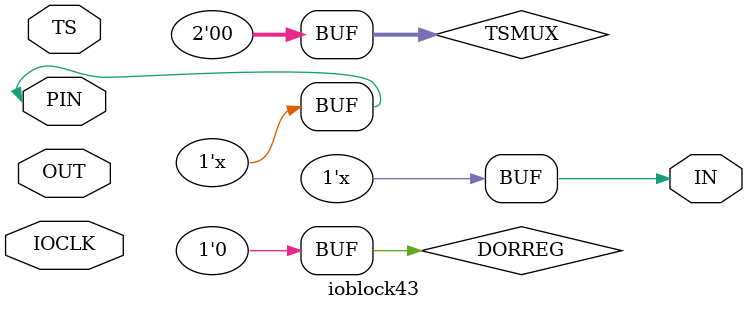
<source format=v>
module ioblock43(
	       inout  PIN,
	       input  TS,
	       input  OUT,
	       output IN,
	       input IOCLK
	       );
   
   reg 		     D;
   reg [2-1:0] 	     TSMUX;
   reg 		     DORREG;

   assign PIN = ( TSMUX == 2'b00 ) ? 1'bz : (( TSMUX == 2'b01 && TS == 1'b1 ) ? OUT : (( TSMUX == 2'b01 && TS == 1'b0 ) ? 1'bz : OUT));
   assign IN  = ( DORREG == 1'b0 ) ? PIN  : D;
   
   initial
     begin
	D=1'b0;
	TSMUX=2'b00;
	DORREG=1'b0;
     end
   
   always @(posedge IOCLK) D=PIN;
   
endmodule       

</source>
